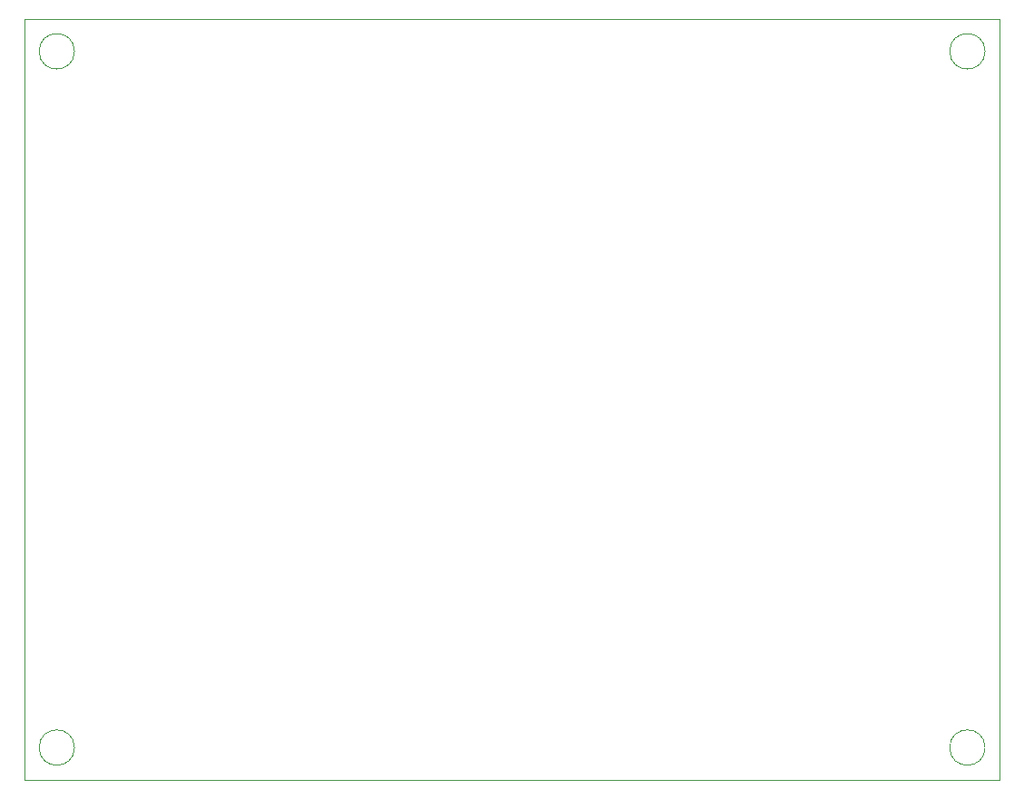
<source format=gm1>
G04 #@! TF.GenerationSoftware,KiCad,Pcbnew,(5.1.9)-1*
G04 #@! TF.CreationDate,2021-04-30T00:53:10-05:00*
G04 #@! TF.ProjectId,A4,41342e6b-6963-4616-945f-706362585858,rev?*
G04 #@! TF.SameCoordinates,Original*
G04 #@! TF.FileFunction,Profile,NP*
%FSLAX46Y46*%
G04 Gerber Fmt 4.6, Leading zero omitted, Abs format (unit mm)*
G04 Created by KiCad (PCBNEW (5.1.9)-1) date 2021-04-30 00:53:10*
%MOMM*%
%LPD*%
G01*
G04 APERTURE LIST*
G04 #@! TA.AperFunction,Profile*
%ADD10C,0.050000*%
G04 #@! TD*
G04 APERTURE END LIST*
D10*
X254650000Y-53000000D02*
G75*
G03*
X254650000Y-53000000I-1650000J0D01*
G01*
X254650000Y-118000000D02*
G75*
G03*
X254650000Y-118000000I-1650000J0D01*
G01*
X169650000Y-118000000D02*
G75*
G03*
X169650000Y-118000000I-1650000J0D01*
G01*
X169650000Y-53000000D02*
G75*
G03*
X169650000Y-53000000I-1650000J0D01*
G01*
X256000000Y-121000000D02*
X165000000Y-121000000D01*
X256000000Y-50000000D02*
X256000000Y-121000000D01*
X165000000Y-50000000D02*
X256000000Y-50000000D01*
X165000000Y-121000000D02*
X165000000Y-50000000D01*
M02*

</source>
